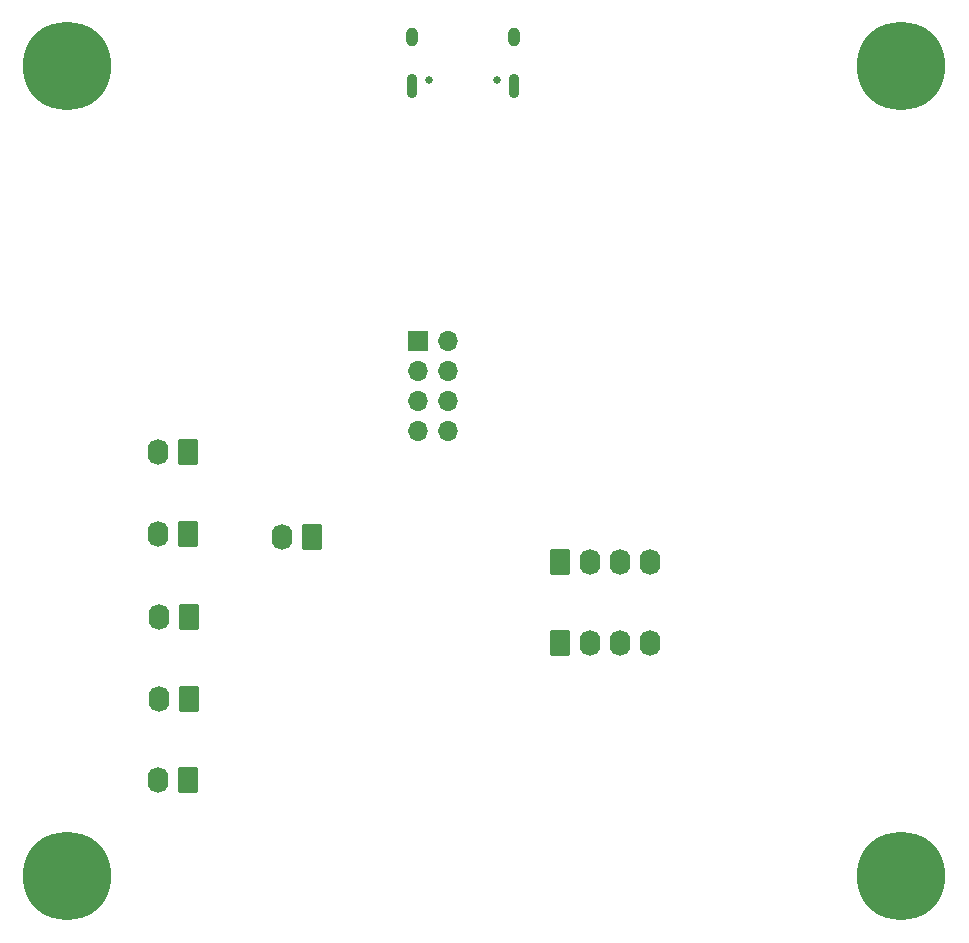
<source format=gbr>
%TF.GenerationSoftware,KiCad,Pcbnew,6.0.4-6f826c9f35~116~ubuntu20.04.1*%
%TF.CreationDate,2022-05-19T11:10:30+03:00*%
%TF.ProjectId,oskar_body_rev1,6f736b61-725f-4626-9f64-795f72657631,rev?*%
%TF.SameCoordinates,Original*%
%TF.FileFunction,Soldermask,Bot*%
%TF.FilePolarity,Negative*%
%FSLAX46Y46*%
G04 Gerber Fmt 4.6, Leading zero omitted, Abs format (unit mm)*
G04 Created by KiCad (PCBNEW 6.0.4-6f826c9f35~116~ubuntu20.04.1) date 2022-05-19 11:10:30*
%MOMM*%
%LPD*%
G01*
G04 APERTURE LIST*
G04 Aperture macros list*
%AMRoundRect*
0 Rectangle with rounded corners*
0 $1 Rounding radius*
0 $2 $3 $4 $5 $6 $7 $8 $9 X,Y pos of 4 corners*
0 Add a 4 corners polygon primitive as box body*
4,1,4,$2,$3,$4,$5,$6,$7,$8,$9,$2,$3,0*
0 Add four circle primitives for the rounded corners*
1,1,$1+$1,$2,$3*
1,1,$1+$1,$4,$5*
1,1,$1+$1,$6,$7*
1,1,$1+$1,$8,$9*
0 Add four rect primitives between the rounded corners*
20,1,$1+$1,$2,$3,$4,$5,0*
20,1,$1+$1,$4,$5,$6,$7,0*
20,1,$1+$1,$6,$7,$8,$9,0*
20,1,$1+$1,$8,$9,$2,$3,0*%
G04 Aperture macros list end*
%ADD10RoundRect,0.250000X0.620000X0.845000X-0.620000X0.845000X-0.620000X-0.845000X0.620000X-0.845000X0*%
%ADD11O,1.740000X2.190000*%
%ADD12RoundRect,0.250000X-0.620000X-0.845000X0.620000X-0.845000X0.620000X0.845000X-0.620000X0.845000X0*%
%ADD13C,0.650000*%
%ADD14O,0.900000X2.100000*%
%ADD15O,1.000000X1.600000*%
%ADD16R,1.700000X1.700000*%
%ADD17O,1.700000X1.700000*%
%ADD18C,4.700000*%
%ADD19C,7.500000*%
G04 APERTURE END LIST*
D10*
%TO.C,J8*%
X101981000Y-77450000D03*
D11*
X99441000Y-77450000D03*
%TD*%
D12*
%TO.C,J7*%
X122961400Y-79530700D03*
D11*
X125501400Y-79530700D03*
X128041400Y-79530700D03*
X130581400Y-79530700D03*
%TD*%
D10*
%TO.C,J57*%
X91490800Y-70289600D03*
D11*
X88950800Y-70289600D03*
%TD*%
D12*
%TO.C,J10*%
X122949800Y-86444500D03*
D11*
X125489800Y-86444500D03*
X128029800Y-86444500D03*
X130569800Y-86444500D03*
%TD*%
D10*
%TO.C,J6*%
X91490800Y-77203800D03*
D11*
X88950800Y-77203800D03*
%TD*%
D10*
%TO.C,J5*%
X91541600Y-84188800D03*
D11*
X89001600Y-84188800D03*
%TD*%
D10*
%TO.C,J4*%
X91541600Y-91148400D03*
D11*
X89001600Y-91148400D03*
%TD*%
D13*
%TO.C,J3*%
X111869000Y-38798834D03*
X117649000Y-38798834D03*
D14*
X110439000Y-39298834D03*
X119079000Y-39298834D03*
D15*
X110439000Y-35118834D03*
X119079000Y-35118834D03*
%TD*%
D10*
%TO.C,J2*%
X91490800Y-98031800D03*
D11*
X88950800Y-98031800D03*
%TD*%
D16*
%TO.C,J1*%
X110998000Y-60858400D03*
D17*
X113538000Y-60858400D03*
X110998000Y-63398400D03*
X113538000Y-63398400D03*
X110998000Y-65938400D03*
X113538000Y-65938400D03*
X110998000Y-68478400D03*
X113538000Y-68478400D03*
%TD*%
D18*
%TO.C,H4*%
X81280000Y-106172000D03*
D19*
X81280000Y-106172000D03*
%TD*%
D18*
%TO.C,H3*%
X151892000Y-106172000D03*
D19*
X151892000Y-106172000D03*
%TD*%
D18*
%TO.C,H2*%
X151892000Y-37592000D03*
D19*
X151892000Y-37592000D03*
%TD*%
D18*
%TO.C,H1*%
X81280000Y-37592000D03*
D19*
X81280000Y-37592000D03*
%TD*%
M02*

</source>
